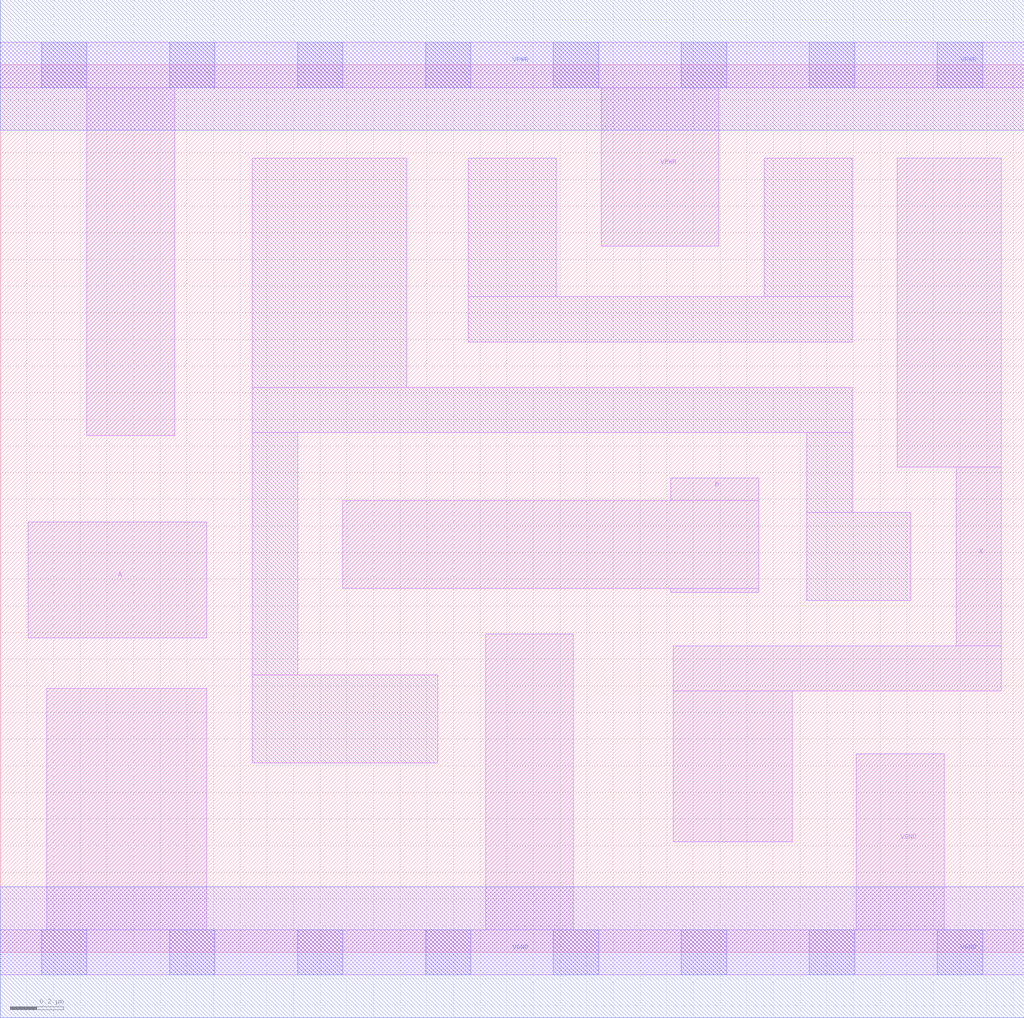
<source format=lef>
# Copyright 2020 The SkyWater PDK Authors
#
# Licensed under the Apache License, Version 2.0 (the "License");
# you may not use this file except in compliance with the License.
# You may obtain a copy of the License at
#
#     https://www.apache.org/licenses/LICENSE-2.0
#
# Unless required by applicable law or agreed to in writing, software
# distributed under the License is distributed on an "AS IS" BASIS,
# WITHOUT WARRANTIES OR CONDITIONS OF ANY KIND, either express or implied.
# See the License for the specific language governing permissions and
# limitations under the License.
#
# SPDX-License-Identifier: Apache-2.0

VERSION 5.7 ;
  NAMESCASESENSITIVE ON ;
  NOWIREEXTENSIONATPIN ON ;
  DIVIDERCHAR "/" ;
  BUSBITCHARS "[]" ;
UNITS
  DATABASE MICRONS 200 ;
END UNITS
MACRO sky130_fd_sc_ms__xor2_1
  CLASS CORE ;
  SOURCE USER ;
  FOREIGN sky130_fd_sc_ms__xor2_1 ;
  ORIGIN  0.000000  0.000000 ;
  SIZE  3.840000 BY  3.330000 ;
  SYMMETRY X Y ;
  SITE unit ;
  PIN A
    ANTENNAGATEAREA  0.575100 ;
    DIRECTION INPUT ;
    USE SIGNAL ;
    PORT
      LAYER li1 ;
        RECT 0.105000 1.180000 0.775000 1.615000 ;
    END
  END A
  PIN B
    ANTENNAGATEAREA  0.575100 ;
    DIRECTION INPUT ;
    USE SIGNAL ;
    PORT
      LAYER li1 ;
        RECT 1.285000 1.365000 2.845000 1.695000 ;
        RECT 2.515000 1.350000 2.845000 1.365000 ;
        RECT 2.515000 1.695000 2.845000 1.780000 ;
    END
  END B
  PIN X
    ANTENNADIFFAREA  0.680400 ;
    DIRECTION OUTPUT ;
    USE SIGNAL ;
    PORT
      LAYER li1 ;
        RECT 2.525000 0.415000 2.970000 0.980000 ;
        RECT 2.525000 0.980000 3.755000 1.150000 ;
        RECT 3.365000 1.820000 3.755000 2.980000 ;
        RECT 3.585000 1.150000 3.755000 1.820000 ;
    END
  END X
  PIN VGND
    DIRECTION INOUT ;
    USE GROUND ;
    PORT
      LAYER li1 ;
        RECT 0.000000 -0.085000 3.840000 0.085000 ;
        RECT 0.175000  0.085000 0.775000 0.990000 ;
        RECT 1.820000  0.085000 2.150000 1.195000 ;
        RECT 3.210000  0.085000 3.540000 0.745000 ;
      LAYER mcon ;
        RECT 0.155000 -0.085000 0.325000 0.085000 ;
        RECT 0.635000 -0.085000 0.805000 0.085000 ;
        RECT 1.115000 -0.085000 1.285000 0.085000 ;
        RECT 1.595000 -0.085000 1.765000 0.085000 ;
        RECT 2.075000 -0.085000 2.245000 0.085000 ;
        RECT 2.555000 -0.085000 2.725000 0.085000 ;
        RECT 3.035000 -0.085000 3.205000 0.085000 ;
        RECT 3.515000 -0.085000 3.685000 0.085000 ;
      LAYER met1 ;
        RECT 0.000000 -0.245000 3.840000 0.245000 ;
    END
  END VGND
  PIN VPWR
    DIRECTION INOUT ;
    USE POWER ;
    PORT
      LAYER li1 ;
        RECT 0.000000 3.245000 3.840000 3.415000 ;
        RECT 0.325000 1.940000 0.655000 3.245000 ;
        RECT 2.255000 2.650000 2.695000 3.245000 ;
      LAYER mcon ;
        RECT 0.155000 3.245000 0.325000 3.415000 ;
        RECT 0.635000 3.245000 0.805000 3.415000 ;
        RECT 1.115000 3.245000 1.285000 3.415000 ;
        RECT 1.595000 3.245000 1.765000 3.415000 ;
        RECT 2.075000 3.245000 2.245000 3.415000 ;
        RECT 2.555000 3.245000 2.725000 3.415000 ;
        RECT 3.035000 3.245000 3.205000 3.415000 ;
        RECT 3.515000 3.245000 3.685000 3.415000 ;
      LAYER met1 ;
        RECT 0.000000 3.085000 3.840000 3.575000 ;
    END
  END VPWR
  OBS
    LAYER li1 ;
      RECT 0.945000 0.710000 1.640000 1.040000 ;
      RECT 0.945000 1.040000 1.115000 1.950000 ;
      RECT 0.945000 1.950000 3.195000 2.120000 ;
      RECT 0.945000 2.120000 1.525000 2.980000 ;
      RECT 1.755000 2.290000 3.195000 2.460000 ;
      RECT 1.755000 2.460000 2.085000 2.980000 ;
      RECT 2.865000 2.460000 3.195000 2.980000 ;
      RECT 3.025000 1.320000 3.415000 1.650000 ;
      RECT 3.025000 1.650000 3.195000 1.950000 ;
  END
END sky130_fd_sc_ms__xor2_1

</source>
